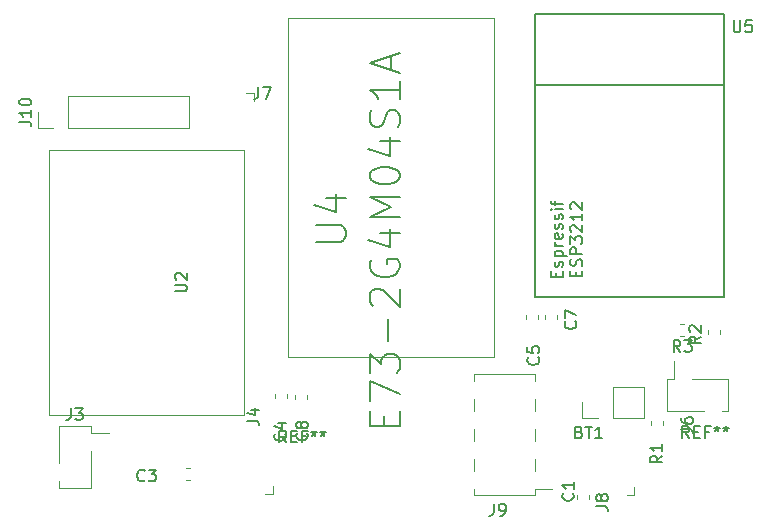
<source format=gbr>
G04 #@! TF.GenerationSoftware,KiCad,Pcbnew,(5.1.4)-1*
G04 #@! TF.CreationDate,2019-11-03T20:25:49+01:00*
G04 #@! TF.ProjectId,121019_breakoutBoard_cureBag_V1,31323130-3139-45f6-9272-65616b6f7574,rev?*
G04 #@! TF.SameCoordinates,Original*
G04 #@! TF.FileFunction,Legend,Top*
G04 #@! TF.FilePolarity,Positive*
%FSLAX46Y46*%
G04 Gerber Fmt 4.6, Leading zero omitted, Abs format (unit mm)*
G04 Created by KiCad (PCBNEW (5.1.4)-1) date 2019-11-03 20:25:49*
%MOMM*%
%LPD*%
G04 APERTURE LIST*
%ADD10C,0.120000*%
%ADD11C,0.100000*%
%ADD12C,0.200000*%
%ADD13C,0.150000*%
%ADD14C,0.203200*%
G04 APERTURE END LIST*
D10*
X146777400Y-108594200D02*
X146777400Y-107264200D01*
X148107400Y-108594200D02*
X146777400Y-108594200D01*
X149377400Y-108594200D02*
X149377400Y-105934200D01*
X149377400Y-105934200D02*
X151977400Y-105934200D01*
X149377400Y-108594200D02*
X151977400Y-108594200D01*
X151977400Y-108594200D02*
X151977400Y-105934200D01*
X100651000Y-84007000D02*
X100651000Y-82677000D01*
X101981000Y-84007000D02*
X100651000Y-84007000D01*
X103251000Y-84007000D02*
X103251000Y-81347000D01*
X103251000Y-81347000D02*
X113471000Y-81347000D01*
X103251000Y-84007000D02*
X113471000Y-84007000D01*
X113471000Y-84007000D02*
X113471000Y-81347000D01*
X137567600Y-107952000D02*
X137567600Y-106932000D01*
X142767600Y-107952000D02*
X142767600Y-106932000D01*
X137567600Y-110492000D02*
X137567600Y-109472000D01*
X142767600Y-110492000D02*
X142767600Y-109472000D01*
X137567600Y-113032000D02*
X137567600Y-112012000D01*
X142767600Y-113032000D02*
X142767600Y-112012000D01*
X137567600Y-105412000D02*
X137567600Y-104842000D01*
X142767600Y-105412000D02*
X142767600Y-104842000D01*
X137567600Y-115122000D02*
X137567600Y-114552000D01*
X142767600Y-115122000D02*
X142767600Y-114552000D01*
X144207600Y-114552000D02*
X142767600Y-114552000D01*
X142767600Y-104842000D02*
X137567600Y-104842000D01*
X142767600Y-115122000D02*
X137567600Y-115122000D01*
X158570200Y-107959200D02*
X159140200Y-107959200D01*
X153940200Y-105299200D02*
X154510200Y-105299200D01*
X154510200Y-105299200D02*
X154510200Y-103779200D01*
X153940200Y-107959200D02*
X157050200Y-107959200D01*
X156030200Y-105299200D02*
X159140200Y-105299200D01*
X159140200Y-107959200D02*
X159140200Y-105299200D01*
X153940200Y-107959200D02*
X153940200Y-105299200D01*
X102479800Y-113917000D02*
X102479800Y-114487000D01*
X105139800Y-109287000D02*
X105139800Y-109857000D01*
X105139800Y-109857000D02*
X106659800Y-109857000D01*
X102479800Y-109287000D02*
X102479800Y-112397000D01*
X105139800Y-111377000D02*
X105139800Y-114487000D01*
X102479800Y-114487000D02*
X105139800Y-114487000D01*
X102479800Y-109287000D02*
X105139800Y-109287000D01*
D11*
X139319000Y-103421180D02*
X139319000Y-74721720D01*
X139319000Y-74721720D02*
X121820940Y-74721720D01*
X121820940Y-74721720D02*
X121820940Y-103421180D01*
X121820940Y-103421180D02*
X139319000Y-103421180D01*
D12*
X142749000Y-80360000D02*
X158749000Y-80360000D01*
X142749000Y-74360000D02*
X158749000Y-74360000D01*
X158749000Y-74360000D02*
X158749000Y-98360000D01*
X158749000Y-98360000D02*
X142749000Y-98360000D01*
X142749000Y-98360000D02*
X142749000Y-74360000D01*
D10*
X118155800Y-85854200D02*
X118155800Y-108354200D01*
X118155800Y-108354200D02*
X101655800Y-108354200D01*
X101655800Y-108354200D02*
X101655800Y-85854200D01*
X101655800Y-85854200D02*
X118155800Y-85854200D01*
X155416067Y-100582000D02*
X155073533Y-100582000D01*
X155416067Y-101602000D02*
X155073533Y-101602000D01*
X157427200Y-101163333D02*
X157427200Y-101505867D01*
X158447200Y-101163333D02*
X158447200Y-101505867D01*
X153646600Y-109162667D02*
X153646600Y-108820133D01*
X152626600Y-109162667D02*
X152626600Y-108820133D01*
X151180800Y-114452400D02*
X151180800Y-115087400D01*
X151180800Y-115087400D02*
X150545800Y-115087400D01*
X118338600Y-81076800D02*
X118973600Y-81076800D01*
X118973600Y-81076800D02*
X118973600Y-81711800D01*
X120573800Y-114350800D02*
X120573800Y-114985800D01*
X120573800Y-114985800D02*
X119938800Y-114985800D01*
X122451400Y-106610333D02*
X122451400Y-106952867D01*
X123471400Y-106610333D02*
X123471400Y-106952867D01*
X143584200Y-99839933D02*
X143584200Y-100182467D01*
X144604200Y-99839933D02*
X144604200Y-100182467D01*
X143029400Y-100233267D02*
X143029400Y-99890733D01*
X142009400Y-100233267D02*
X142009400Y-99890733D01*
X121769600Y-106927467D02*
X121769600Y-106584933D01*
X120749600Y-106927467D02*
X120749600Y-106584933D01*
X113200333Y-113819400D02*
X113542867Y-113819400D01*
X113200333Y-112799400D02*
X113542867Y-112799400D01*
X147372800Y-115399667D02*
X147372800Y-115057133D01*
X146352800Y-115399667D02*
X146352800Y-115057133D01*
D13*
X155821666Y-110282380D02*
X155488333Y-109806190D01*
X155250238Y-110282380D02*
X155250238Y-109282380D01*
X155631190Y-109282380D01*
X155726428Y-109330000D01*
X155774047Y-109377619D01*
X155821666Y-109472857D01*
X155821666Y-109615714D01*
X155774047Y-109710952D01*
X155726428Y-109758571D01*
X155631190Y-109806190D01*
X155250238Y-109806190D01*
X156250238Y-109758571D02*
X156583571Y-109758571D01*
X156726428Y-110282380D02*
X156250238Y-110282380D01*
X156250238Y-109282380D01*
X156726428Y-109282380D01*
X157488333Y-109758571D02*
X157155000Y-109758571D01*
X157155000Y-110282380D02*
X157155000Y-109282380D01*
X157631190Y-109282380D01*
X158155000Y-109282380D02*
X158155000Y-109520476D01*
X157916904Y-109425238D02*
X158155000Y-109520476D01*
X158393095Y-109425238D01*
X158012142Y-109710952D02*
X158155000Y-109520476D01*
X158297857Y-109710952D01*
X158916904Y-109282380D02*
X158916904Y-109520476D01*
X158678809Y-109425238D02*
X158916904Y-109520476D01*
X159155000Y-109425238D01*
X158774047Y-109710952D02*
X158916904Y-109520476D01*
X159059761Y-109710952D01*
X121704266Y-110637980D02*
X121370933Y-110161790D01*
X121132838Y-110637980D02*
X121132838Y-109637980D01*
X121513790Y-109637980D01*
X121609028Y-109685600D01*
X121656647Y-109733219D01*
X121704266Y-109828457D01*
X121704266Y-109971314D01*
X121656647Y-110066552D01*
X121609028Y-110114171D01*
X121513790Y-110161790D01*
X121132838Y-110161790D01*
X122132838Y-110114171D02*
X122466171Y-110114171D01*
X122609028Y-110637980D02*
X122132838Y-110637980D01*
X122132838Y-109637980D01*
X122609028Y-109637980D01*
X123370933Y-110114171D02*
X123037600Y-110114171D01*
X123037600Y-110637980D02*
X123037600Y-109637980D01*
X123513790Y-109637980D01*
X124037600Y-109637980D02*
X124037600Y-109876076D01*
X123799504Y-109780838D02*
X124037600Y-109876076D01*
X124275695Y-109780838D01*
X123894742Y-110066552D02*
X124037600Y-109876076D01*
X124180457Y-110066552D01*
X124799504Y-109637980D02*
X124799504Y-109876076D01*
X124561409Y-109780838D02*
X124799504Y-109876076D01*
X125037600Y-109780838D01*
X124656647Y-110066552D02*
X124799504Y-109876076D01*
X124942361Y-110066552D01*
X146508885Y-109783571D02*
X146651742Y-109831190D01*
X146699361Y-109878809D01*
X146746980Y-109974047D01*
X146746980Y-110116904D01*
X146699361Y-110212142D01*
X146651742Y-110259761D01*
X146556504Y-110307380D01*
X146175552Y-110307380D01*
X146175552Y-109307380D01*
X146508885Y-109307380D01*
X146604123Y-109355000D01*
X146651742Y-109402619D01*
X146699361Y-109497857D01*
X146699361Y-109593095D01*
X146651742Y-109688333D01*
X146604123Y-109735952D01*
X146508885Y-109783571D01*
X146175552Y-109783571D01*
X147032695Y-109307380D02*
X147604123Y-109307380D01*
X147318409Y-110307380D02*
X147318409Y-109307380D01*
X148461266Y-110307380D02*
X147889838Y-110307380D01*
X148175552Y-110307380D02*
X148175552Y-109307380D01*
X148080314Y-109450238D01*
X147985076Y-109545476D01*
X147889838Y-109593095D01*
X99103380Y-83486523D02*
X99817666Y-83486523D01*
X99960523Y-83534142D01*
X100055761Y-83629380D01*
X100103380Y-83772238D01*
X100103380Y-83867476D01*
X100103380Y-82486523D02*
X100103380Y-83057952D01*
X100103380Y-82772238D02*
X99103380Y-82772238D01*
X99246238Y-82867476D01*
X99341476Y-82962714D01*
X99389095Y-83057952D01*
X99103380Y-81867476D02*
X99103380Y-81772238D01*
X99151000Y-81677000D01*
X99198619Y-81629380D01*
X99293857Y-81581761D01*
X99484333Y-81534142D01*
X99722428Y-81534142D01*
X99912904Y-81581761D01*
X100008142Y-81629380D01*
X100055761Y-81677000D01*
X100103380Y-81772238D01*
X100103380Y-81867476D01*
X100055761Y-81962714D01*
X100008142Y-82010333D01*
X99912904Y-82057952D01*
X99722428Y-82105571D01*
X99484333Y-82105571D01*
X99293857Y-82057952D01*
X99198619Y-82010333D01*
X99151000Y-81962714D01*
X99103380Y-81867476D01*
X139275466Y-115835180D02*
X139275466Y-116549466D01*
X139227847Y-116692323D01*
X139132609Y-116787561D01*
X138989752Y-116835180D01*
X138894514Y-116835180D01*
X139799276Y-116835180D02*
X139989752Y-116835180D01*
X140084990Y-116787561D01*
X140132609Y-116739942D01*
X140227847Y-116597085D01*
X140275466Y-116406609D01*
X140275466Y-116025657D01*
X140227847Y-115930419D01*
X140180228Y-115882800D01*
X140084990Y-115835180D01*
X139894514Y-115835180D01*
X139799276Y-115882800D01*
X139751657Y-115930419D01*
X139704038Y-116025657D01*
X139704038Y-116263752D01*
X139751657Y-116358990D01*
X139799276Y-116406609D01*
X139894514Y-116454228D01*
X140084990Y-116454228D01*
X140180228Y-116406609D01*
X140227847Y-116358990D01*
X140275466Y-116263752D01*
X155128980Y-109502533D02*
X155843266Y-109502533D01*
X155986123Y-109550152D01*
X156081361Y-109645390D01*
X156128980Y-109788247D01*
X156128980Y-109883485D01*
X155128980Y-108597771D02*
X155128980Y-108788247D01*
X155176600Y-108883485D01*
X155224219Y-108931104D01*
X155367076Y-109026342D01*
X155557552Y-109073961D01*
X155938504Y-109073961D01*
X156033742Y-109026342D01*
X156081361Y-108978723D01*
X156128980Y-108883485D01*
X156128980Y-108693009D01*
X156081361Y-108597771D01*
X156033742Y-108550152D01*
X155938504Y-108502533D01*
X155700409Y-108502533D01*
X155605171Y-108550152D01*
X155557552Y-108597771D01*
X155509933Y-108693009D01*
X155509933Y-108883485D01*
X155557552Y-108978723D01*
X155605171Y-109026342D01*
X155700409Y-109073961D01*
X103476466Y-107739380D02*
X103476466Y-108453666D01*
X103428847Y-108596523D01*
X103333609Y-108691761D01*
X103190752Y-108739380D01*
X103095514Y-108739380D01*
X103857419Y-107739380D02*
X104476466Y-107739380D01*
X104143133Y-108120333D01*
X104285990Y-108120333D01*
X104381228Y-108167952D01*
X104428847Y-108215571D01*
X104476466Y-108310809D01*
X104476466Y-108548904D01*
X104428847Y-108644142D01*
X104381228Y-108691761D01*
X104285990Y-108739380D01*
X104000276Y-108739380D01*
X103905038Y-108691761D01*
X103857419Y-108644142D01*
D14*
X124189187Y-93687658D02*
X126245378Y-93687658D01*
X126487282Y-93566705D01*
X126608235Y-93445753D01*
X126729187Y-93203848D01*
X126729187Y-92720039D01*
X126608235Y-92478134D01*
X126487282Y-92357181D01*
X126245378Y-92236229D01*
X124189187Y-92236229D01*
X125035854Y-89938134D02*
X126729187Y-89938134D01*
X124068235Y-90542896D02*
X125882520Y-91147658D01*
X125882520Y-89575277D01*
X129993571Y-109227257D02*
X129993571Y-108380590D01*
X131324047Y-108017733D02*
X131324047Y-109227257D01*
X128784047Y-109227257D01*
X128784047Y-108017733D01*
X128784047Y-107171066D02*
X128784047Y-105477733D01*
X131324047Y-106566304D01*
X128784047Y-104752019D02*
X128784047Y-103179638D01*
X129751666Y-104026304D01*
X129751666Y-103663447D01*
X129872619Y-103421542D01*
X129993571Y-103300590D01*
X130235476Y-103179638D01*
X130840238Y-103179638D01*
X131082142Y-103300590D01*
X131203095Y-103421542D01*
X131324047Y-103663447D01*
X131324047Y-104389161D01*
X131203095Y-104631066D01*
X131082142Y-104752019D01*
X130356428Y-102091066D02*
X130356428Y-100155828D01*
X129025952Y-99067257D02*
X128905000Y-98946304D01*
X128784047Y-98704400D01*
X128784047Y-98099638D01*
X128905000Y-97857733D01*
X129025952Y-97736780D01*
X129267857Y-97615828D01*
X129509761Y-97615828D01*
X129872619Y-97736780D01*
X131324047Y-99188209D01*
X131324047Y-97615828D01*
X128905000Y-95196780D02*
X128784047Y-95438685D01*
X128784047Y-95801542D01*
X128905000Y-96164400D01*
X129146904Y-96406304D01*
X129388809Y-96527257D01*
X129872619Y-96648209D01*
X130235476Y-96648209D01*
X130719285Y-96527257D01*
X130961190Y-96406304D01*
X131203095Y-96164400D01*
X131324047Y-95801542D01*
X131324047Y-95559638D01*
X131203095Y-95196780D01*
X131082142Y-95075828D01*
X130235476Y-95075828D01*
X130235476Y-95559638D01*
X129630714Y-92898685D02*
X131324047Y-92898685D01*
X128663095Y-93503447D02*
X130477380Y-94108209D01*
X130477380Y-92535828D01*
X131324047Y-91568209D02*
X128784047Y-91568209D01*
X130598333Y-90721542D01*
X128784047Y-89874876D01*
X131324047Y-89874876D01*
X128784047Y-88181542D02*
X128784047Y-87939638D01*
X128905000Y-87697733D01*
X129025952Y-87576780D01*
X129267857Y-87455828D01*
X129751666Y-87334876D01*
X130356428Y-87334876D01*
X130840238Y-87455828D01*
X131082142Y-87576780D01*
X131203095Y-87697733D01*
X131324047Y-87939638D01*
X131324047Y-88181542D01*
X131203095Y-88423447D01*
X131082142Y-88544400D01*
X130840238Y-88665352D01*
X130356428Y-88786304D01*
X129751666Y-88786304D01*
X129267857Y-88665352D01*
X129025952Y-88544400D01*
X128905000Y-88423447D01*
X128784047Y-88181542D01*
X129630714Y-85157733D02*
X131324047Y-85157733D01*
X128663095Y-85762495D02*
X130477380Y-86367257D01*
X130477380Y-84794876D01*
X131203095Y-83948209D02*
X131324047Y-83585352D01*
X131324047Y-82980590D01*
X131203095Y-82738685D01*
X131082142Y-82617733D01*
X130840238Y-82496780D01*
X130598333Y-82496780D01*
X130356428Y-82617733D01*
X130235476Y-82738685D01*
X130114523Y-82980590D01*
X129993571Y-83464400D01*
X129872619Y-83706304D01*
X129751666Y-83827257D01*
X129509761Y-83948209D01*
X129267857Y-83948209D01*
X129025952Y-83827257D01*
X128905000Y-83706304D01*
X128784047Y-83464400D01*
X128784047Y-82859638D01*
X128905000Y-82496780D01*
X131324047Y-80077733D02*
X131324047Y-81529161D01*
X131324047Y-80803447D02*
X128784047Y-80803447D01*
X129146904Y-81045352D01*
X129388809Y-81287257D01*
X129509761Y-81529161D01*
X130598333Y-79110114D02*
X130598333Y-77900590D01*
X131324047Y-79352019D02*
X128784047Y-78505352D01*
X131324047Y-77658685D01*
D13*
X159588295Y-74915780D02*
X159588295Y-75725304D01*
X159635914Y-75820542D01*
X159683533Y-75868161D01*
X159778771Y-75915780D01*
X159969247Y-75915780D01*
X160064485Y-75868161D01*
X160112104Y-75820542D01*
X160159723Y-75725304D01*
X160159723Y-74915780D01*
X161112104Y-74915780D02*
X160635914Y-74915780D01*
X160588295Y-75391971D01*
X160635914Y-75344352D01*
X160731152Y-75296733D01*
X160969247Y-75296733D01*
X161064485Y-75344352D01*
X161112104Y-75391971D01*
X161159723Y-75487209D01*
X161159723Y-75725304D01*
X161112104Y-75820542D01*
X161064485Y-75868161D01*
X160969247Y-75915780D01*
X160731152Y-75915780D01*
X160635914Y-75868161D01*
X160588295Y-75820542D01*
D12*
X144581571Y-96614857D02*
X144581571Y-96281523D01*
X145105380Y-96138666D02*
X145105380Y-96614857D01*
X144105380Y-96614857D01*
X144105380Y-96138666D01*
X145057761Y-95757714D02*
X145105380Y-95662476D01*
X145105380Y-95472000D01*
X145057761Y-95376761D01*
X144962523Y-95329142D01*
X144914904Y-95329142D01*
X144819666Y-95376761D01*
X144772047Y-95472000D01*
X144772047Y-95614857D01*
X144724428Y-95710095D01*
X144629190Y-95757714D01*
X144581571Y-95757714D01*
X144486333Y-95710095D01*
X144438714Y-95614857D01*
X144438714Y-95472000D01*
X144486333Y-95376761D01*
X144438714Y-94900571D02*
X145438714Y-94900571D01*
X144486333Y-94900571D02*
X144438714Y-94805333D01*
X144438714Y-94614857D01*
X144486333Y-94519619D01*
X144533952Y-94472000D01*
X144629190Y-94424380D01*
X144914904Y-94424380D01*
X145010142Y-94472000D01*
X145057761Y-94519619D01*
X145105380Y-94614857D01*
X145105380Y-94805333D01*
X145057761Y-94900571D01*
X145105380Y-93995809D02*
X144438714Y-93995809D01*
X144629190Y-93995809D02*
X144533952Y-93948190D01*
X144486333Y-93900571D01*
X144438714Y-93805333D01*
X144438714Y-93710095D01*
X145057761Y-92995809D02*
X145105380Y-93091047D01*
X145105380Y-93281523D01*
X145057761Y-93376761D01*
X144962523Y-93424380D01*
X144581571Y-93424380D01*
X144486333Y-93376761D01*
X144438714Y-93281523D01*
X144438714Y-93091047D01*
X144486333Y-92995809D01*
X144581571Y-92948190D01*
X144676809Y-92948190D01*
X144772047Y-93424380D01*
X145057761Y-92567238D02*
X145105380Y-92472000D01*
X145105380Y-92281523D01*
X145057761Y-92186285D01*
X144962523Y-92138666D01*
X144914904Y-92138666D01*
X144819666Y-92186285D01*
X144772047Y-92281523D01*
X144772047Y-92424380D01*
X144724428Y-92519619D01*
X144629190Y-92567238D01*
X144581571Y-92567238D01*
X144486333Y-92519619D01*
X144438714Y-92424380D01*
X144438714Y-92281523D01*
X144486333Y-92186285D01*
X145057761Y-91757714D02*
X145105380Y-91662476D01*
X145105380Y-91472000D01*
X145057761Y-91376761D01*
X144962523Y-91329142D01*
X144914904Y-91329142D01*
X144819666Y-91376761D01*
X144772047Y-91472000D01*
X144772047Y-91614857D01*
X144724428Y-91710095D01*
X144629190Y-91757714D01*
X144581571Y-91757714D01*
X144486333Y-91710095D01*
X144438714Y-91614857D01*
X144438714Y-91472000D01*
X144486333Y-91376761D01*
X145105380Y-90900571D02*
X144438714Y-90900571D01*
X144105380Y-90900571D02*
X144153000Y-90948190D01*
X144200619Y-90900571D01*
X144153000Y-90852952D01*
X144105380Y-90900571D01*
X144200619Y-90900571D01*
X144438714Y-90567238D02*
X144438714Y-90186285D01*
X145105380Y-90424380D02*
X144248238Y-90424380D01*
X144153000Y-90376761D01*
X144105380Y-90281523D01*
X144105380Y-90186285D01*
X146232571Y-96567238D02*
X146232571Y-96233904D01*
X146756380Y-96091047D02*
X146756380Y-96567238D01*
X145756380Y-96567238D01*
X145756380Y-96091047D01*
X146708761Y-95710095D02*
X146756380Y-95567238D01*
X146756380Y-95329142D01*
X146708761Y-95233904D01*
X146661142Y-95186285D01*
X146565904Y-95138666D01*
X146470666Y-95138666D01*
X146375428Y-95186285D01*
X146327809Y-95233904D01*
X146280190Y-95329142D01*
X146232571Y-95519619D01*
X146184952Y-95614857D01*
X146137333Y-95662476D01*
X146042095Y-95710095D01*
X145946857Y-95710095D01*
X145851619Y-95662476D01*
X145804000Y-95614857D01*
X145756380Y-95519619D01*
X145756380Y-95281523D01*
X145804000Y-95138666D01*
X146756380Y-94710095D02*
X145756380Y-94710095D01*
X145756380Y-94329142D01*
X145804000Y-94233904D01*
X145851619Y-94186285D01*
X145946857Y-94138666D01*
X146089714Y-94138666D01*
X146184952Y-94186285D01*
X146232571Y-94233904D01*
X146280190Y-94329142D01*
X146280190Y-94710095D01*
X145756380Y-93805333D02*
X145756380Y-93186285D01*
X146137333Y-93519619D01*
X146137333Y-93376761D01*
X146184952Y-93281523D01*
X146232571Y-93233904D01*
X146327809Y-93186285D01*
X146565904Y-93186285D01*
X146661142Y-93233904D01*
X146708761Y-93281523D01*
X146756380Y-93376761D01*
X146756380Y-93662476D01*
X146708761Y-93757714D01*
X146661142Y-93805333D01*
X145851619Y-92805333D02*
X145804000Y-92757714D01*
X145756380Y-92662476D01*
X145756380Y-92424380D01*
X145804000Y-92329142D01*
X145851619Y-92281523D01*
X145946857Y-92233904D01*
X146042095Y-92233904D01*
X146184952Y-92281523D01*
X146756380Y-92852952D01*
X146756380Y-92233904D01*
X146756380Y-91281523D02*
X146756380Y-91852952D01*
X146756380Y-91567238D02*
X145756380Y-91567238D01*
X145899238Y-91662476D01*
X145994476Y-91757714D01*
X146042095Y-91852952D01*
X145851619Y-90900571D02*
X145804000Y-90852952D01*
X145756380Y-90757714D01*
X145756380Y-90519619D01*
X145804000Y-90424380D01*
X145851619Y-90376761D01*
X145946857Y-90329142D01*
X146042095Y-90329142D01*
X146184952Y-90376761D01*
X146756380Y-90948190D01*
X146756380Y-90329142D01*
D13*
X112287180Y-97866104D02*
X113096704Y-97866104D01*
X113191942Y-97818485D01*
X113239561Y-97770866D01*
X113287180Y-97675628D01*
X113287180Y-97485152D01*
X113239561Y-97389914D01*
X113191942Y-97342295D01*
X113096704Y-97294676D01*
X112287180Y-97294676D01*
X112382419Y-96866104D02*
X112334800Y-96818485D01*
X112287180Y-96723247D01*
X112287180Y-96485152D01*
X112334800Y-96389914D01*
X112382419Y-96342295D01*
X112477657Y-96294676D01*
X112572895Y-96294676D01*
X112715752Y-96342295D01*
X113287180Y-96913723D01*
X113287180Y-96294676D01*
X155078133Y-102974380D02*
X154744800Y-102498190D01*
X154506704Y-102974380D02*
X154506704Y-101974380D01*
X154887657Y-101974380D01*
X154982895Y-102022000D01*
X155030514Y-102069619D01*
X155078133Y-102164857D01*
X155078133Y-102307714D01*
X155030514Y-102402952D01*
X154982895Y-102450571D01*
X154887657Y-102498190D01*
X154506704Y-102498190D01*
X155411466Y-101974380D02*
X156030514Y-101974380D01*
X155697180Y-102355333D01*
X155840038Y-102355333D01*
X155935276Y-102402952D01*
X155982895Y-102450571D01*
X156030514Y-102545809D01*
X156030514Y-102783904D01*
X155982895Y-102879142D01*
X155935276Y-102926761D01*
X155840038Y-102974380D01*
X155554323Y-102974380D01*
X155459085Y-102926761D01*
X155411466Y-102879142D01*
X156814780Y-101679066D02*
X156338590Y-102012400D01*
X156814780Y-102250495D02*
X155814780Y-102250495D01*
X155814780Y-101869542D01*
X155862400Y-101774304D01*
X155910019Y-101726685D01*
X156005257Y-101679066D01*
X156148114Y-101679066D01*
X156243352Y-101726685D01*
X156290971Y-101774304D01*
X156338590Y-101869542D01*
X156338590Y-102250495D01*
X155910019Y-101298114D02*
X155862400Y-101250495D01*
X155814780Y-101155257D01*
X155814780Y-100917161D01*
X155862400Y-100821923D01*
X155910019Y-100774304D01*
X156005257Y-100726685D01*
X156100495Y-100726685D01*
X156243352Y-100774304D01*
X156814780Y-101345733D01*
X156814780Y-100726685D01*
X153538180Y-111774266D02*
X153061990Y-112107600D01*
X153538180Y-112345695D02*
X152538180Y-112345695D01*
X152538180Y-111964742D01*
X152585800Y-111869504D01*
X152633419Y-111821885D01*
X152728657Y-111774266D01*
X152871514Y-111774266D01*
X152966752Y-111821885D01*
X153014371Y-111869504D01*
X153061990Y-111964742D01*
X153061990Y-112345695D01*
X153538180Y-110821885D02*
X153538180Y-111393314D01*
X153538180Y-111107600D02*
X152538180Y-111107600D01*
X152681038Y-111202838D01*
X152776276Y-111298076D01*
X152823895Y-111393314D01*
X147940780Y-116055733D02*
X148655066Y-116055733D01*
X148797923Y-116103352D01*
X148893161Y-116198590D01*
X148940780Y-116341447D01*
X148940780Y-116436685D01*
X148369352Y-115436685D02*
X148321733Y-115531923D01*
X148274114Y-115579542D01*
X148178876Y-115627161D01*
X148131257Y-115627161D01*
X148036019Y-115579542D01*
X147988400Y-115531923D01*
X147940780Y-115436685D01*
X147940780Y-115246209D01*
X147988400Y-115150971D01*
X148036019Y-115103352D01*
X148131257Y-115055733D01*
X148178876Y-115055733D01*
X148274114Y-115103352D01*
X148321733Y-115150971D01*
X148369352Y-115246209D01*
X148369352Y-115436685D01*
X148416971Y-115531923D01*
X148464590Y-115579542D01*
X148559828Y-115627161D01*
X148750304Y-115627161D01*
X148845542Y-115579542D01*
X148893161Y-115531923D01*
X148940780Y-115436685D01*
X148940780Y-115246209D01*
X148893161Y-115150971D01*
X148845542Y-115103352D01*
X148750304Y-115055733D01*
X148559828Y-115055733D01*
X148464590Y-115103352D01*
X148416971Y-115150971D01*
X148369352Y-115246209D01*
X119351466Y-80529180D02*
X119351466Y-81243466D01*
X119303847Y-81386323D01*
X119208609Y-81481561D01*
X119065752Y-81529180D01*
X118970514Y-81529180D01*
X119732419Y-80529180D02*
X120399085Y-80529180D01*
X119970514Y-81529180D01*
X118400580Y-108791333D02*
X119114866Y-108791333D01*
X119257723Y-108838952D01*
X119352961Y-108934190D01*
X119400580Y-109077047D01*
X119400580Y-109172285D01*
X118733914Y-107886571D02*
X119400580Y-107886571D01*
X118352961Y-108124666D02*
X119067247Y-108362761D01*
X119067247Y-107743714D01*
X123445542Y-109843866D02*
X123493161Y-109891485D01*
X123540780Y-110034342D01*
X123540780Y-110129580D01*
X123493161Y-110272438D01*
X123397923Y-110367676D01*
X123302685Y-110415295D01*
X123112209Y-110462914D01*
X122969352Y-110462914D01*
X122778876Y-110415295D01*
X122683638Y-110367676D01*
X122588400Y-110272438D01*
X122540780Y-110129580D01*
X122540780Y-110034342D01*
X122588400Y-109891485D01*
X122636019Y-109843866D01*
X122969352Y-109272438D02*
X122921733Y-109367676D01*
X122874114Y-109415295D01*
X122778876Y-109462914D01*
X122731257Y-109462914D01*
X122636019Y-109415295D01*
X122588400Y-109367676D01*
X122540780Y-109272438D01*
X122540780Y-109081961D01*
X122588400Y-108986723D01*
X122636019Y-108939104D01*
X122731257Y-108891485D01*
X122778876Y-108891485D01*
X122874114Y-108939104D01*
X122921733Y-108986723D01*
X122969352Y-109081961D01*
X122969352Y-109272438D01*
X123016971Y-109367676D01*
X123064590Y-109415295D01*
X123159828Y-109462914D01*
X123350304Y-109462914D01*
X123445542Y-109415295D01*
X123493161Y-109367676D01*
X123540780Y-109272438D01*
X123540780Y-109081961D01*
X123493161Y-108986723D01*
X123445542Y-108939104D01*
X123350304Y-108891485D01*
X123159828Y-108891485D01*
X123064590Y-108939104D01*
X123016971Y-108986723D01*
X122969352Y-109081961D01*
X146178542Y-100406466D02*
X146226161Y-100454085D01*
X146273780Y-100596942D01*
X146273780Y-100692180D01*
X146226161Y-100835038D01*
X146130923Y-100930276D01*
X146035685Y-100977895D01*
X145845209Y-101025514D01*
X145702352Y-101025514D01*
X145511876Y-100977895D01*
X145416638Y-100930276D01*
X145321400Y-100835038D01*
X145273780Y-100692180D01*
X145273780Y-100596942D01*
X145321400Y-100454085D01*
X145369019Y-100406466D01*
X145273780Y-100073133D02*
X145273780Y-99406466D01*
X146273780Y-99835038D01*
X143028942Y-103443066D02*
X143076561Y-103490685D01*
X143124180Y-103633542D01*
X143124180Y-103728780D01*
X143076561Y-103871638D01*
X142981323Y-103966876D01*
X142886085Y-104014495D01*
X142695609Y-104062114D01*
X142552752Y-104062114D01*
X142362276Y-104014495D01*
X142267038Y-103966876D01*
X142171800Y-103871638D01*
X142124180Y-103728780D01*
X142124180Y-103633542D01*
X142171800Y-103490685D01*
X142219419Y-103443066D01*
X142124180Y-102538304D02*
X142124180Y-103014495D01*
X142600371Y-103062114D01*
X142552752Y-103014495D01*
X142505133Y-102919257D01*
X142505133Y-102681161D01*
X142552752Y-102585923D01*
X142600371Y-102538304D01*
X142695609Y-102490685D01*
X142933704Y-102490685D01*
X143028942Y-102538304D01*
X143076561Y-102585923D01*
X143124180Y-102681161D01*
X143124180Y-102919257D01*
X143076561Y-103014495D01*
X143028942Y-103062114D01*
X121591342Y-109894666D02*
X121638961Y-109942285D01*
X121686580Y-110085142D01*
X121686580Y-110180380D01*
X121638961Y-110323238D01*
X121543723Y-110418476D01*
X121448485Y-110466095D01*
X121258009Y-110513714D01*
X121115152Y-110513714D01*
X120924676Y-110466095D01*
X120829438Y-110418476D01*
X120734200Y-110323238D01*
X120686580Y-110180380D01*
X120686580Y-110085142D01*
X120734200Y-109942285D01*
X120781819Y-109894666D01*
X121019914Y-109037523D02*
X121686580Y-109037523D01*
X120638961Y-109275619D02*
X121353247Y-109513714D01*
X121353247Y-108894666D01*
X109713733Y-113844342D02*
X109666114Y-113891961D01*
X109523257Y-113939580D01*
X109428019Y-113939580D01*
X109285161Y-113891961D01*
X109189923Y-113796723D01*
X109142304Y-113701485D01*
X109094685Y-113511009D01*
X109094685Y-113368152D01*
X109142304Y-113177676D01*
X109189923Y-113082438D01*
X109285161Y-112987200D01*
X109428019Y-112939580D01*
X109523257Y-112939580D01*
X109666114Y-112987200D01*
X109713733Y-113034819D01*
X110047066Y-112939580D02*
X110666114Y-112939580D01*
X110332780Y-113320533D01*
X110475638Y-113320533D01*
X110570876Y-113368152D01*
X110618495Y-113415771D01*
X110666114Y-113511009D01*
X110666114Y-113749104D01*
X110618495Y-113844342D01*
X110570876Y-113891961D01*
X110475638Y-113939580D01*
X110189923Y-113939580D01*
X110094685Y-113891961D01*
X110047066Y-113844342D01*
X145975342Y-114951866D02*
X146022961Y-114999485D01*
X146070580Y-115142342D01*
X146070580Y-115237580D01*
X146022961Y-115380438D01*
X145927723Y-115475676D01*
X145832485Y-115523295D01*
X145642009Y-115570914D01*
X145499152Y-115570914D01*
X145308676Y-115523295D01*
X145213438Y-115475676D01*
X145118200Y-115380438D01*
X145070580Y-115237580D01*
X145070580Y-115142342D01*
X145118200Y-114999485D01*
X145165819Y-114951866D01*
X146070580Y-113999485D02*
X146070580Y-114570914D01*
X146070580Y-114285200D02*
X145070580Y-114285200D01*
X145213438Y-114380438D01*
X145308676Y-114475676D01*
X145356295Y-114570914D01*
M02*

</source>
